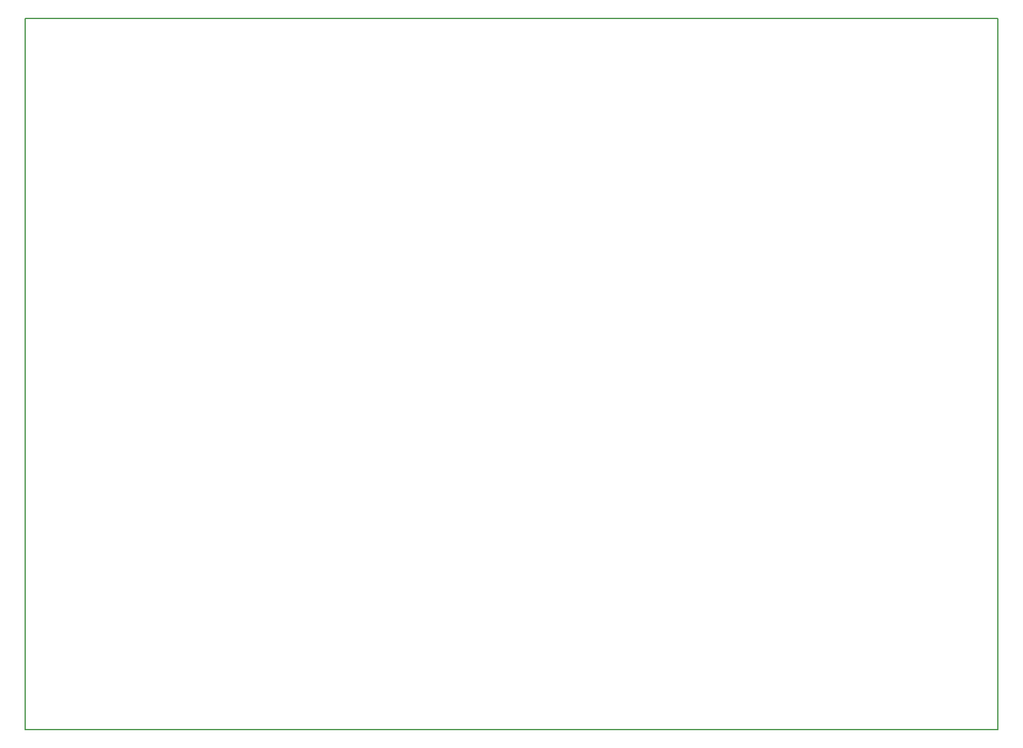
<source format=gm1>
G04 MADE WITH FRITZING*
G04 WWW.FRITZING.ORG*
G04 DOUBLE SIDED*
G04 HOLES PLATED*
G04 CONTOUR ON CENTER OF CONTOUR VECTOR*
%ASAXBY*%
%FSLAX23Y23*%
%MOIN*%
%OFA0B0*%
%SFA1.0B1.0*%
%ADD10R,5.291660X3.866570*%
%ADD11C,0.008000*%
%ADD10C,0.008*%
%LNCONTOUR*%
G90*
G70*
G54D10*
G54D11*
X4Y3863D02*
X5288Y3863D01*
X5288Y4D01*
X4Y4D01*
X4Y3863D01*
D02*
G04 End of contour*
M02*
</source>
